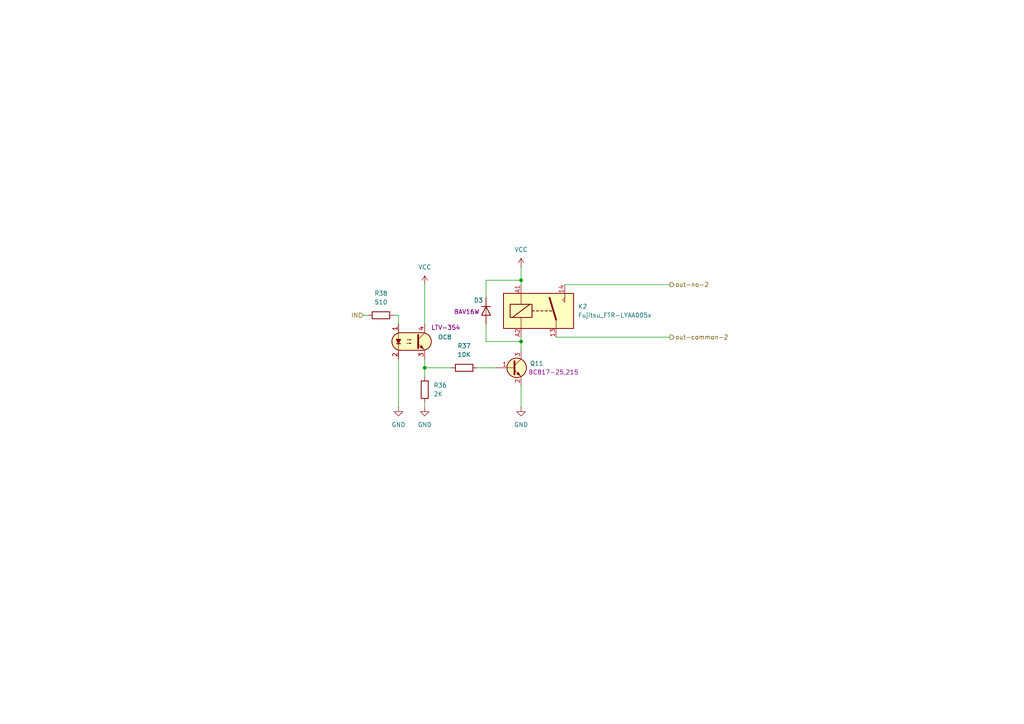
<source format=kicad_sch>
(kicad_sch
	(version 20250114)
	(generator "eeschema")
	(generator_version "9.0")
	(uuid "fb652f01-1778-4aff-bb6d-908e0729d454")
	(paper "A4")
	(lib_symbols
		(symbol "Diode:1N4148WT"
			(pin_numbers
				(hide yes)
			)
			(pin_names
				(hide yes)
			)
			(exclude_from_sim no)
			(in_bom yes)
			(on_board yes)
			(property "Reference" "D"
				(at 0 2.54 0)
				(effects
					(font
						(size 1.27 1.27)
					)
				)
			)
			(property "Value" "1N4148WT"
				(at 0 -2.54 0)
				(effects
					(font
						(size 1.27 1.27)
					)
				)
			)
			(property "Footprint" "Diode_SMD:D_SOD-523"
				(at 0 -4.445 0)
				(effects
					(font
						(size 1.27 1.27)
					)
					(hide yes)
				)
			)
			(property "Datasheet" "https://www.diodes.com/assets/Datasheets/ds30396.pdf"
				(at 0 0 0)
				(effects
					(font
						(size 1.27 1.27)
					)
					(hide yes)
				)
			)
			(property "Description" "75V 0.15A Fast switching Diode, SOD-523"
				(at 0 0 0)
				(effects
					(font
						(size 1.27 1.27)
					)
					(hide yes)
				)
			)
			(property "Sim.Device" "D"
				(at 0 0 0)
				(effects
					(font
						(size 1.27 1.27)
					)
					(hide yes)
				)
			)
			(property "Sim.Pins" "1=K 2=A"
				(at 0 0 0)
				(effects
					(font
						(size 1.27 1.27)
					)
					(hide yes)
				)
			)
			(property "ki_keywords" "diode"
				(at 0 0 0)
				(effects
					(font
						(size 1.27 1.27)
					)
					(hide yes)
				)
			)
			(property "ki_fp_filters" "D*SOD?523*"
				(at 0 0 0)
				(effects
					(font
						(size 1.27 1.27)
					)
					(hide yes)
				)
			)
			(symbol "1N4148WT_0_1"
				(polyline
					(pts
						(xy -1.27 1.27) (xy -1.27 -1.27)
					)
					(stroke
						(width 0.254)
						(type default)
					)
					(fill
						(type none)
					)
				)
				(polyline
					(pts
						(xy 1.27 1.27) (xy 1.27 -1.27) (xy -1.27 0) (xy 1.27 1.27)
					)
					(stroke
						(width 0.254)
						(type default)
					)
					(fill
						(type none)
					)
				)
				(polyline
					(pts
						(xy 1.27 0) (xy -1.27 0)
					)
					(stroke
						(width 0)
						(type default)
					)
					(fill
						(type none)
					)
				)
			)
			(symbol "1N4148WT_1_1"
				(pin passive line
					(at -3.81 0 0)
					(length 2.54)
					(name "K"
						(effects
							(font
								(size 1.27 1.27)
							)
						)
					)
					(number "1"
						(effects
							(font
								(size 1.27 1.27)
							)
						)
					)
				)
				(pin passive line
					(at 3.81 0 180)
					(length 2.54)
					(name "A"
						(effects
							(font
								(size 1.27 1.27)
							)
						)
					)
					(number "2"
						(effects
							(font
								(size 1.27 1.27)
							)
						)
					)
				)
			)
			(embedded_fonts no)
		)
		(symbol "Optocoupler_AKL:FOD817S"
			(pin_names
				(offset 1.016)
			)
			(exclude_from_sim no)
			(in_bom yes)
			(on_board yes)
			(property "Reference" "OC"
				(at 6.35 1.27 0)
				(effects
					(font
						(size 1.27 1.27)
					)
					(justify left)
				)
			)
			(property "Value" "FOD817S"
				(at 6.35 -1.27 0)
				(effects
					(font
						(size 1.27 1.27)
					)
					(justify left)
				)
			)
			(property "Footprint" "Package_DIP_AKL:SMDIP-4_W9.53mm"
				(at -5.08 -5.08 0)
				(effects
					(font
						(size 1.27 1.27)
						(italic yes)
					)
					(justify left)
					(hide yes)
				)
			)
			(property "Datasheet" "https://www.tme.eu/Document/3a0358906a5fcb3aa253d025de809a1d/FOD814300W.PDF"
				(at 0 0 0)
				(effects
					(font
						(size 1.27 1.27)
					)
					(justify left)
					(hide yes)
				)
			)
			(property "Description" "SMDIP-4 Optocoupler, Transistor output, 5kV, 8us, Alternate KiCAD Library"
				(at 0 0 0)
				(effects
					(font
						(size 1.27 1.27)
					)
					(hide yes)
				)
			)
			(property "ki_keywords" "NPN Optocoupler transistor output bidirectional input FOD817"
				(at 0 0 0)
				(effects
					(font
						(size 1.27 1.27)
					)
					(hide yes)
				)
			)
			(property "ki_fp_filters" "DIP*W7.62mm*"
				(at 0 0 0)
				(effects
					(font
						(size 1.27 1.27)
					)
					(hide yes)
				)
			)
			(symbol "FOD817S_0_1"
				(polyline
					(pts
						(xy -4.445 -0.635) (xy -3.175 -0.635)
					)
					(stroke
						(width 0.254)
						(type default)
					)
					(fill
						(type none)
					)
				)
				(polyline
					(pts
						(xy -3.81 -0.635) (xy -4.445 0.635) (xy -3.175 0.635) (xy -3.81 -0.635)
					)
					(stroke
						(width 0.254)
						(type default)
					)
					(fill
						(type outline)
					)
				)
				(polyline
					(pts
						(xy -3.81 -2.54) (xy -3.81 -1.27) (xy -3.81 2.54)
					)
					(stroke
						(width 0.1524)
						(type default)
					)
					(fill
						(type none)
					)
				)
				(polyline
					(pts
						(xy -3.175 2.54) (xy 3.175 2.54)
					)
					(stroke
						(width 0.254)
						(type default)
					)
					(fill
						(type none)
					)
				)
				(arc
					(start -3.1975 -2.54)
					(mid -5.7151 0)
					(end -3.1975 2.54)
					(stroke
						(width 0.254)
						(type default)
					)
					(fill
						(type none)
					)
				)
				(polyline
					(pts
						(xy -2.54 2.54) (xy 3.429 2.54) (xy 4.318 2.286) (xy 4.699 2.032) (xy 5.08 1.651) (xy 5.461 1.016)
						(xy 5.715 0.381) (xy 5.715 -0.381) (xy 5.461 -1.143) (xy 4.826 -1.905) (xy 4.191 -2.286) (xy 3.302 -2.54)
						(xy -3.81 -2.54) (xy -3.81 -2.54) (xy -4.572 -2.032) (xy -5.08 -1.778) (xy -5.588 -0.508) (xy -5.588 0.254)
						(xy -5.588 1.016) (xy -5.08 1.778) (xy -4.318 2.286) (xy -3.556 2.54) (xy -2.54 2.54)
					)
					(stroke
						(width 0.01)
						(type default)
					)
					(fill
						(type background)
					)
				)
				(polyline
					(pts
						(xy -1.397 0.508) (xy -0.127 0.508) (xy -0.508 0.381) (xy -0.508 0.635) (xy -0.127 0.508)
					)
					(stroke
						(width 0)
						(type default)
					)
					(fill
						(type none)
					)
				)
				(polyline
					(pts
						(xy -1.397 -0.508) (xy -0.127 -0.508) (xy -0.508 -0.635) (xy -0.508 -0.381) (xy -0.127 -0.508)
					)
					(stroke
						(width 0)
						(type default)
					)
					(fill
						(type none)
					)
				)
				(polyline
					(pts
						(xy 1.905 1.905) (xy 1.905 -1.905) (xy 1.905 -1.905)
					)
					(stroke
						(width 0.508)
						(type default)
					)
					(fill
						(type none)
					)
				)
				(polyline
					(pts
						(xy 1.905 0.635) (xy 3.81 2.54)
					)
					(stroke
						(width 0)
						(type default)
					)
					(fill
						(type none)
					)
				)
				(polyline
					(pts
						(xy 2.413 -1.651) (xy 2.921 -1.143) (xy 3.429 -2.159) (xy 2.413 -1.651) (xy 2.413 -1.651)
					)
					(stroke
						(width 0)
						(type default)
					)
					(fill
						(type outline)
					)
				)
				(arc
					(start 3.1975 2.54)
					(mid 5.7151 0)
					(end 3.1975 -2.54)
					(stroke
						(width 0.254)
						(type default)
					)
					(fill
						(type none)
					)
				)
				(polyline
					(pts
						(xy 3.175 -2.54) (xy -3.175 -2.54)
					)
					(stroke
						(width 0.254)
						(type default)
					)
					(fill
						(type none)
					)
				)
				(polyline
					(pts
						(xy 3.81 -2.54) (xy 1.905 -0.635)
					)
					(stroke
						(width 0)
						(type default)
					)
					(fill
						(type outline)
					)
				)
			)
			(symbol "FOD817S_1_1"
				(pin passive line
					(at -3.81 5.08 270)
					(length 2.54)
					(name "~"
						(effects
							(font
								(size 1.27 1.27)
							)
						)
					)
					(number "1"
						(effects
							(font
								(size 1.27 1.27)
							)
						)
					)
				)
				(pin passive line
					(at -3.81 -5.08 90)
					(length 2.54)
					(name "~"
						(effects
							(font
								(size 1.27 1.27)
							)
						)
					)
					(number "2"
						(effects
							(font
								(size 1.27 1.27)
							)
						)
					)
				)
				(pin passive line
					(at 3.81 5.08 270)
					(length 2.54)
					(name "~"
						(effects
							(font
								(size 1.27 1.27)
							)
						)
					)
					(number "4"
						(effects
							(font
								(size 1.27 1.27)
							)
						)
					)
				)
				(pin passive line
					(at 3.81 -5.08 90)
					(length 2.54)
					(name "~"
						(effects
							(font
								(size 1.27 1.27)
							)
						)
					)
					(number "3"
						(effects
							(font
								(size 1.27 1.27)
							)
						)
					)
				)
			)
			(embedded_fonts no)
		)
		(symbol "Relay:Fujitsu_FTR-LYAA005x"
			(exclude_from_sim no)
			(in_bom yes)
			(on_board yes)
			(property "Reference" "K"
				(at 11.43 3.81 0)
				(effects
					(font
						(size 1.27 1.27)
					)
					(justify left)
				)
			)
			(property "Value" "Fujitsu_FTR-LYAA005x"
				(at 11.43 1.27 0)
				(effects
					(font
						(size 1.27 1.27)
					)
					(justify left)
				)
			)
			(property "Footprint" "Relay_THT:Relay_SPST-NO_Fujitsu_FTR-LYAA005x_FormA_Vertical"
				(at 11.43 -1.27 0)
				(effects
					(font
						(size 1.27 1.27)
					)
					(justify left)
					(hide yes)
				)
			)
			(property "Datasheet" "https://www.fujitsu.com/sg/imagesgig5/ftr-ly.pdf"
				(at 17.78 -3.81 0)
				(effects
					(font
						(size 1.27 1.27)
					)
					(justify left)
					(hide yes)
				)
			)
			(property "Description" "Relay, SPST Form A, vertical mount, 5-60V coil, 6A, 250VAC, 28 x 5 x 15mm"
				(at 0 0 0)
				(effects
					(font
						(size 1.27 1.27)
					)
					(hide yes)
				)
			)
			(property "ki_keywords" "6A SPST-NO Relay"
				(at 0 0 0)
				(effects
					(font
						(size 1.27 1.27)
					)
					(hide yes)
				)
			)
			(property "ki_fp_filters" "Relay*Fujitsu*FTR?LYA*"
				(at 0 0 0)
				(effects
					(font
						(size 1.27 1.27)
					)
					(hide yes)
				)
			)
			(symbol "Fujitsu_FTR-LYAA005x_0_0"
				(polyline
					(pts
						(xy 7.62 5.08) (xy 7.62 2.54) (xy 6.985 3.175) (xy 7.62 3.81)
					)
					(stroke
						(width 0)
						(type default)
					)
					(fill
						(type none)
					)
				)
			)
			(symbol "Fujitsu_FTR-LYAA005x_0_1"
				(rectangle
					(start -10.16 5.08)
					(end 10.16 -5.08)
					(stroke
						(width 0.254)
						(type default)
					)
					(fill
						(type background)
					)
				)
				(rectangle
					(start -8.255 1.905)
					(end -1.905 -1.905)
					(stroke
						(width 0.254)
						(type default)
					)
					(fill
						(type none)
					)
				)
				(polyline
					(pts
						(xy -7.62 -1.905) (xy -2.54 1.905)
					)
					(stroke
						(width 0.254)
						(type default)
					)
					(fill
						(type none)
					)
				)
				(polyline
					(pts
						(xy -5.08 5.08) (xy -5.08 1.905)
					)
					(stroke
						(width 0)
						(type default)
					)
					(fill
						(type none)
					)
				)
				(polyline
					(pts
						(xy -5.08 -5.08) (xy -5.08 -1.905)
					)
					(stroke
						(width 0)
						(type default)
					)
					(fill
						(type none)
					)
				)
				(polyline
					(pts
						(xy -1.905 0) (xy -1.27 0)
					)
					(stroke
						(width 0.254)
						(type default)
					)
					(fill
						(type none)
					)
				)
				(polyline
					(pts
						(xy -0.635 0) (xy 0 0)
					)
					(stroke
						(width 0.254)
						(type default)
					)
					(fill
						(type none)
					)
				)
				(polyline
					(pts
						(xy 0.635 0) (xy 1.27 0)
					)
					(stroke
						(width 0.254)
						(type default)
					)
					(fill
						(type none)
					)
				)
				(polyline
					(pts
						(xy 1.905 0) (xy 2.54 0)
					)
					(stroke
						(width 0.254)
						(type default)
					)
					(fill
						(type none)
					)
				)
				(polyline
					(pts
						(xy 3.175 0) (xy 3.81 0)
					)
					(stroke
						(width 0.254)
						(type default)
					)
					(fill
						(type none)
					)
				)
				(polyline
					(pts
						(xy 5.08 -2.54) (xy 3.175 3.81)
					)
					(stroke
						(width 0.508)
						(type default)
					)
					(fill
						(type none)
					)
				)
				(polyline
					(pts
						(xy 5.08 -2.54) (xy 5.08 -5.08)
					)
					(stroke
						(width 0)
						(type default)
					)
					(fill
						(type none)
					)
				)
			)
			(symbol "Fujitsu_FTR-LYAA005x_1_1"
				(pin passive line
					(at -5.08 7.62 270)
					(length 2.54)
					(name "~"
						(effects
							(font
								(size 1.27 1.27)
							)
						)
					)
					(number "A1"
						(effects
							(font
								(size 1.27 1.27)
							)
						)
					)
				)
				(pin passive line
					(at -5.08 -7.62 90)
					(length 2.54)
					(name "~"
						(effects
							(font
								(size 1.27 1.27)
							)
						)
					)
					(number "A2"
						(effects
							(font
								(size 1.27 1.27)
							)
						)
					)
				)
				(pin passive line
					(at 5.08 -7.62 90)
					(length 2.54)
					(name "~"
						(effects
							(font
								(size 1.27 1.27)
							)
						)
					)
					(number "13"
						(effects
							(font
								(size 1.27 1.27)
							)
						)
					)
				)
				(pin passive line
					(at 7.62 7.62 270)
					(length 2.54)
					(name "~"
						(effects
							(font
								(size 1.27 1.27)
							)
						)
					)
					(number "14"
						(effects
							(font
								(size 1.27 1.27)
							)
						)
					)
				)
			)
			(embedded_fonts no)
		)
		(symbol "Resistor_AKL:R_0603"
			(pin_numbers
				(hide yes)
			)
			(pin_names
				(offset 0)
			)
			(exclude_from_sim no)
			(in_bom yes)
			(on_board yes)
			(property "Reference" "R"
				(at 2.54 1.27 0)
				(effects
					(font
						(size 1.27 1.27)
					)
					(justify left)
				)
			)
			(property "Value" "R_0603"
				(at 2.54 -1.27 0)
				(effects
					(font
						(size 1.27 1.27)
					)
					(justify left)
				)
			)
			(property "Footprint" "Resistor_SMD_AKL:R_0603_1608Metric"
				(at 0 -11.43 0)
				(effects
					(font
						(size 1.27 1.27)
					)
					(hide yes)
				)
			)
			(property "Datasheet" "~"
				(at 0 0 0)
				(effects
					(font
						(size 1.27 1.27)
					)
					(hide yes)
				)
			)
			(property "Description" "SMD 0603 Chip Resistor, European Symbol, Alternate KiCad Library"
				(at 0 0 0)
				(effects
					(font
						(size 1.27 1.27)
					)
					(hide yes)
				)
			)
			(property "ki_keywords" "R res resistor eu SMD 0603"
				(at 0 0 0)
				(effects
					(font
						(size 1.27 1.27)
					)
					(hide yes)
				)
			)
			(property "ki_fp_filters" "R_*"
				(at 0 0 0)
				(effects
					(font
						(size 1.27 1.27)
					)
					(hide yes)
				)
			)
			(symbol "R_0603_0_1"
				(rectangle
					(start -1.016 2.54)
					(end 1.016 -2.54)
					(stroke
						(width 0.254)
						(type default)
					)
					(fill
						(type none)
					)
				)
			)
			(symbol "R_0603_0_2"
				(polyline
					(pts
						(xy -2.54 -2.54) (xy -1.524 -1.524)
					)
					(stroke
						(width 0)
						(type default)
					)
					(fill
						(type none)
					)
				)
				(polyline
					(pts
						(xy 1.524 1.524) (xy 2.54 2.54)
					)
					(stroke
						(width 0)
						(type default)
					)
					(fill
						(type none)
					)
				)
				(polyline
					(pts
						(xy 1.524 1.524) (xy 0.889 2.159) (xy -2.159 -0.889) (xy -0.889 -2.159) (xy 2.159 0.889) (xy 1.524 1.524)
					)
					(stroke
						(width 0.254)
						(type default)
					)
					(fill
						(type none)
					)
				)
			)
			(symbol "R_0603_1_1"
				(pin passive line
					(at 0 3.81 270)
					(length 1.27)
					(name "~"
						(effects
							(font
								(size 1.27 1.27)
							)
						)
					)
					(number "1"
						(effects
							(font
								(size 1.27 1.27)
							)
						)
					)
				)
				(pin passive line
					(at 0 -3.81 90)
					(length 1.27)
					(name "~"
						(effects
							(font
								(size 1.27 1.27)
							)
						)
					)
					(number "2"
						(effects
							(font
								(size 1.27 1.27)
							)
						)
					)
				)
			)
			(symbol "R_0603_1_2"
				(pin passive line
					(at -2.54 -2.54 0)
					(length 0)
					(name ""
						(effects
							(font
								(size 1.27 1.27)
							)
						)
					)
					(number "2"
						(effects
							(font
								(size 1.27 1.27)
							)
						)
					)
				)
				(pin passive line
					(at 2.54 2.54 180)
					(length 0)
					(name ""
						(effects
							(font
								(size 1.27 1.27)
							)
						)
					)
					(number "1"
						(effects
							(font
								(size 1.27 1.27)
							)
						)
					)
				)
			)
			(embedded_fonts no)
		)
		(symbol "Transistor_BJT_AKL:BFN26"
			(pin_names
				(hide yes)
			)
			(exclude_from_sim no)
			(in_bom yes)
			(on_board yes)
			(property "Reference" "Q"
				(at 5.08 1.27 0)
				(effects
					(font
						(size 1.27 1.27)
					)
					(justify left)
				)
			)
			(property "Value" "BFN26"
				(at 5.08 -1.27 0)
				(effects
					(font
						(size 1.27 1.27)
					)
					(justify left)
				)
			)
			(property "Footprint" "Package_TO_SOT_SMD_AKL:SOT-23"
				(at 5.08 2.54 0)
				(effects
					(font
						(size 1.27 1.27)
					)
					(hide yes)
				)
			)
			(property "Datasheet" "https://www.tme.eu/Document/43310f91a0e397761035f1d1abdd24c6/BFN24.pdf"
				(at 0 0 0)
				(effects
					(font
						(size 1.27 1.27)
					)
					(hide yes)
				)
			)
			(property "Description" "NPN SOT-23 high voltage transistor, 300V, 200mA, 360mW, Alternate KiCAD Library"
				(at 0 0 0)
				(effects
					(font
						(size 1.27 1.27)
					)
					(hide yes)
				)
			)
			(property "ki_keywords" "transistor NPN BFN26"
				(at 0 0 0)
				(effects
					(font
						(size 1.27 1.27)
					)
					(hide yes)
				)
			)
			(symbol "BFN26_0_1"
				(polyline
					(pts
						(xy 0.635 1.905) (xy 0.635 -1.905) (xy 0.635 -1.905)
					)
					(stroke
						(width 0.508)
						(type default)
					)
					(fill
						(type none)
					)
				)
				(polyline
					(pts
						(xy 0.635 0.635) (xy 2.54 2.54)
					)
					(stroke
						(width 0)
						(type default)
					)
					(fill
						(type none)
					)
				)
				(polyline
					(pts
						(xy 0.635 -0.635) (xy 2.54 -2.54) (xy 2.54 -2.54)
					)
					(stroke
						(width 0)
						(type default)
					)
					(fill
						(type none)
					)
				)
				(circle
					(center 1.27 0)
					(radius 2.8194)
					(stroke
						(width 0.254)
						(type default)
					)
					(fill
						(type background)
					)
				)
				(polyline
					(pts
						(xy 1.27 -1.778) (xy 1.778 -1.27) (xy 2.286 -2.286) (xy 1.27 -1.778) (xy 1.27 -1.778)
					)
					(stroke
						(width 0)
						(type default)
					)
					(fill
						(type outline)
					)
				)
			)
			(symbol "BFN26_1_1"
				(pin input line
					(at -5.08 0 0)
					(length 5.715)
					(name "B"
						(effects
							(font
								(size 1.27 1.27)
							)
						)
					)
					(number "1"
						(effects
							(font
								(size 1.27 1.27)
							)
						)
					)
				)
				(pin passive line
					(at 2.54 5.08 270)
					(length 2.54)
					(name "C"
						(effects
							(font
								(size 1.27 1.27)
							)
						)
					)
					(number "3"
						(effects
							(font
								(size 1.27 1.27)
							)
						)
					)
				)
				(pin passive line
					(at 2.54 -5.08 90)
					(length 2.54)
					(name "E"
						(effects
							(font
								(size 1.27 1.27)
							)
						)
					)
					(number "2"
						(effects
							(font
								(size 1.27 1.27)
							)
						)
					)
				)
			)
			(embedded_fonts no)
		)
		(symbol "power:GND"
			(power)
			(pin_numbers
				(hide yes)
			)
			(pin_names
				(offset 0)
				(hide yes)
			)
			(exclude_from_sim no)
			(in_bom yes)
			(on_board yes)
			(property "Reference" "#PWR"
				(at 0 -6.35 0)
				(effects
					(font
						(size 1.27 1.27)
					)
					(hide yes)
				)
			)
			(property "Value" "GND"
				(at 0 -3.81 0)
				(effects
					(font
						(size 1.27 1.27)
					)
				)
			)
			(property "Footprint" ""
				(at 0 0 0)
				(effects
					(font
						(size 1.27 1.27)
					)
					(hide yes)
				)
			)
			(property "Datasheet" ""
				(at 0 0 0)
				(effects
					(font
						(size 1.27 1.27)
					)
					(hide yes)
				)
			)
			(property "Description" "Power symbol creates a global label with name \"GND\" , ground"
				(at 0 0 0)
				(effects
					(font
						(size 1.27 1.27)
					)
					(hide yes)
				)
			)
			(property "ki_keywords" "global power"
				(at 0 0 0)
				(effects
					(font
						(size 1.27 1.27)
					)
					(hide yes)
				)
			)
			(symbol "GND_0_1"
				(polyline
					(pts
						(xy 0 0) (xy 0 -1.27) (xy 1.27 -1.27) (xy 0 -2.54) (xy -1.27 -1.27) (xy 0 -1.27)
					)
					(stroke
						(width 0)
						(type default)
					)
					(fill
						(type none)
					)
				)
			)
			(symbol "GND_1_1"
				(pin power_in line
					(at 0 0 270)
					(length 0)
					(name "~"
						(effects
							(font
								(size 1.27 1.27)
							)
						)
					)
					(number "1"
						(effects
							(font
								(size 1.27 1.27)
							)
						)
					)
				)
			)
			(embedded_fonts no)
		)
		(symbol "power:VCC"
			(power)
			(pin_numbers
				(hide yes)
			)
			(pin_names
				(offset 0)
				(hide yes)
			)
			(exclude_from_sim no)
			(in_bom yes)
			(on_board yes)
			(property "Reference" "#PWR"
				(at 0 -3.81 0)
				(effects
					(font
						(size 1.27 1.27)
					)
					(hide yes)
				)
			)
			(property "Value" "VCC"
				(at 0 3.556 0)
				(effects
					(font
						(size 1.27 1.27)
					)
				)
			)
			(property "Footprint" ""
				(at 0 0 0)
				(effects
					(font
						(size 1.27 1.27)
					)
					(hide yes)
				)
			)
			(property "Datasheet" ""
				(at 0 0 0)
				(effects
					(font
						(size 1.27 1.27)
					)
					(hide yes)
				)
			)
			(property "Description" "Power symbol creates a global label with name \"VCC\""
				(at 0 0 0)
				(effects
					(font
						(size 1.27 1.27)
					)
					(hide yes)
				)
			)
			(property "ki_keywords" "global power"
				(at 0 0 0)
				(effects
					(font
						(size 1.27 1.27)
					)
					(hide yes)
				)
			)
			(symbol "VCC_0_1"
				(polyline
					(pts
						(xy -0.762 1.27) (xy 0 2.54)
					)
					(stroke
						(width 0)
						(type default)
					)
					(fill
						(type none)
					)
				)
				(polyline
					(pts
						(xy 0 2.54) (xy 0.762 1.27)
					)
					(stroke
						(width 0)
						(type default)
					)
					(fill
						(type none)
					)
				)
				(polyline
					(pts
						(xy 0 0) (xy 0 2.54)
					)
					(stroke
						(width 0)
						(type default)
					)
					(fill
						(type none)
					)
				)
			)
			(symbol "VCC_1_1"
				(pin power_in line
					(at 0 0 90)
					(length 0)
					(name "~"
						(effects
							(font
								(size 1.27 1.27)
							)
						)
					)
					(number "1"
						(effects
							(font
								(size 1.27 1.27)
							)
						)
					)
				)
			)
			(embedded_fonts no)
		)
	)
	(junction
		(at 151.13 99.06)
		(diameter 0)
		(color 0 0 0 0)
		(uuid "71e81818-0372-4c1d-9701-5d632fd285a3")
	)
	(junction
		(at 123.19 106.68)
		(diameter 0)
		(color 0 0 0 0)
		(uuid "aeca493e-4c4f-4b3f-991a-ff4f518f13e6")
	)
	(junction
		(at 151.13 81.28)
		(diameter 0)
		(color 0 0 0 0)
		(uuid "bf6327ff-3057-4581-a1fa-3112bc5ef4ff")
	)
	(wire
		(pts
			(xy 140.97 86.36) (xy 140.97 81.28)
		)
		(stroke
			(width 0)
			(type default)
		)
		(uuid "034b061b-50f9-4ce2-b99b-8544b4e44483")
	)
	(wire
		(pts
			(xy 114.3 91.44) (xy 115.57 91.44)
		)
		(stroke
			(width 0)
			(type default)
		)
		(uuid "0ed72c64-16c2-48bd-a95a-85b32d4dab32")
	)
	(wire
		(pts
			(xy 140.97 99.06) (xy 151.13 99.06)
		)
		(stroke
			(width 0)
			(type default)
		)
		(uuid "13e5e5de-82c8-4643-99af-8a4291dba314")
	)
	(wire
		(pts
			(xy 140.97 93.98) (xy 140.97 99.06)
		)
		(stroke
			(width 0)
			(type default)
		)
		(uuid "25ef3b41-69e8-4802-849e-dab3d07aba68")
	)
	(wire
		(pts
			(xy 151.13 77.47) (xy 151.13 81.28)
		)
		(stroke
			(width 0)
			(type default)
		)
		(uuid "2c55ad3c-bea7-4147-8ad8-a0979aefe17c")
	)
	(wire
		(pts
			(xy 140.97 81.28) (xy 151.13 81.28)
		)
		(stroke
			(width 0)
			(type default)
		)
		(uuid "328a941b-cfbc-4282-a52f-937e053a68ab")
	)
	(wire
		(pts
			(xy 151.13 111.76) (xy 151.13 118.11)
		)
		(stroke
			(width 0)
			(type default)
		)
		(uuid "59cc2894-eedb-4797-a69f-cdbbc77a1b3e")
	)
	(wire
		(pts
			(xy 123.19 82.55) (xy 123.19 93.98)
		)
		(stroke
			(width 0)
			(type default)
		)
		(uuid "5c4a63e2-3a52-47fa-bf29-0a9bfaf6e488")
	)
	(wire
		(pts
			(xy 123.19 106.68) (xy 130.81 106.68)
		)
		(stroke
			(width 0)
			(type default)
		)
		(uuid "6991bdcb-dd2a-47d8-ab5a-19a496b15223")
	)
	(wire
		(pts
			(xy 138.43 106.68) (xy 143.51 106.68)
		)
		(stroke
			(width 0)
			(type default)
		)
		(uuid "7415e535-7d68-4da7-ad3d-a33920e738ce")
	)
	(wire
		(pts
			(xy 115.57 91.44) (xy 115.57 93.98)
		)
		(stroke
			(width 0)
			(type default)
		)
		(uuid "7c04b9e8-32e8-4b0d-b68f-9115182d2a85")
	)
	(wire
		(pts
			(xy 161.29 97.79) (xy 194.31 97.79)
		)
		(stroke
			(width 0)
			(type default)
		)
		(uuid "862d281e-dc2e-4d3e-ad23-aee060d9fee4")
	)
	(wire
		(pts
			(xy 123.19 116.84) (xy 123.19 118.11)
		)
		(stroke
			(width 0)
			(type default)
		)
		(uuid "93742f0d-4af6-4b4e-b893-90f6aad5033e")
	)
	(wire
		(pts
			(xy 151.13 81.28) (xy 151.13 82.55)
		)
		(stroke
			(width 0)
			(type default)
		)
		(uuid "a4874530-0724-45f4-94c4-8e1b11e04178")
	)
	(wire
		(pts
			(xy 151.13 99.06) (xy 151.13 101.6)
		)
		(stroke
			(width 0)
			(type default)
		)
		(uuid "bf163a4a-ea9e-4468-b8b7-39c261694992")
	)
	(wire
		(pts
			(xy 105.41 91.44) (xy 106.68 91.44)
		)
		(stroke
			(width 0)
			(type default)
		)
		(uuid "dbc8ab99-615b-4390-a416-3863bc810367")
	)
	(wire
		(pts
			(xy 163.83 82.55) (xy 194.31 82.55)
		)
		(stroke
			(width 0)
			(type default)
		)
		(uuid "de6e9a0b-80c9-4022-b9fb-9db58f8dc873")
	)
	(wire
		(pts
			(xy 123.19 106.68) (xy 123.19 104.14)
		)
		(stroke
			(width 0)
			(type default)
		)
		(uuid "e645229f-15fd-486c-b932-757fbce43f6c")
	)
	(wire
		(pts
			(xy 123.19 109.22) (xy 123.19 106.68)
		)
		(stroke
			(width 0)
			(type default)
		)
		(uuid "e811da3f-155c-441d-9eb4-bd95c05663ba")
	)
	(wire
		(pts
			(xy 151.13 97.79) (xy 151.13 99.06)
		)
		(stroke
			(width 0)
			(type default)
		)
		(uuid "e9a81991-7aa5-4b45-b927-1840ad73c923")
	)
	(wire
		(pts
			(xy 115.57 104.14) (xy 115.57 118.11)
		)
		(stroke
			(width 0)
			(type default)
		)
		(uuid "ef56c0bf-d9f8-4104-a84b-a3e3ffdda069")
	)
	(hierarchical_label "IN"
		(shape input)
		(at 105.41 91.44 180)
		(effects
			(font
				(size 1.27 1.27)
			)
			(justify right)
		)
		(uuid "3585f9fe-9c09-4d4a-a14a-149168f0a3b7")
	)
	(hierarchical_label "out-no-2"
		(shape output)
		(at 194.31 82.55 0)
		(effects
			(font
				(size 1.27 1.27)
			)
			(justify left)
		)
		(uuid "69b06349-72e8-460a-ba6e-5964df9e83b0")
	)
	(hierarchical_label "out-common-2"
		(shape output)
		(at 194.31 97.79 0)
		(effects
			(font
				(size 1.27 1.27)
			)
			(justify left)
		)
		(uuid "7c7e0fd6-7856-4880-8439-7c78bd3a357d")
	)
	(symbol
		(lib_id "Optocoupler_AKL:FOD817S")
		(at 119.38 99.06 0)
		(unit 1)
		(exclude_from_sim no)
		(in_bom yes)
		(on_board yes)
		(dnp no)
		(uuid "1776d58f-4e73-496e-946e-effd05edcc57")
		(property "Reference" "OC8"
			(at 127 97.7899 0)
			(effects
				(font
					(size 1.27 1.27)
				)
				(justify left)
			)
		)
		(property "Value" "FOD817S"
			(at 127 100.3299 0)
			(effects
				(font
					(size 1.27 1.27)
				)
				(justify left)
				(hide yes)
			)
		)
		(property "Footprint" "Package_DIP_AKL:SMDIP-4_W9.53mm"
			(at 114.3 104.14 0)
			(effects
				(font
					(size 1.27 1.27)
					(italic yes)
				)
				(justify left)
				(hide yes)
			)
		)
		(property "Datasheet" "https://www.tme.eu/Document/3a0358906a5fcb3aa253d025de809a1d/FOD814300W.PDF"
			(at 119.38 99.06 0)
			(effects
				(font
					(size 1.27 1.27)
				)
				(justify left)
				(hide yes)
			)
		)
		(property "Description" "SMDIP-4 Optocoupler, Transistor output, 5kV, 8us, Alternate KiCAD Library"
			(at 119.38 99.06 0)
			(effects
				(font
					(size 1.27 1.27)
				)
				(hide yes)
			)
		)
		(property "Part Number" "LTV-354"
			(at 129.286 94.996 0)
			(effects
				(font
					(size 1.27 1.27)
				)
			)
		)
		(pin "3"
			(uuid "ef6d95f0-29b5-4d79-8d61-bbb8945c6d97")
		)
		(pin "4"
			(uuid "00ac653d-cd31-46f6-9078-91ed0e9c2939")
		)
		(pin "2"
			(uuid "31e15ef5-a1d4-4420-ab72-8489b638573f")
		)
		(pin "1"
			(uuid "7d7132bf-b484-44cf-959c-6121862240ba")
		)
		(instances
			(project "Diseños de circuitos"
				(path "/65c875c0-73bd-43df-b6cd-4a685398cace/3b453a73-5bb7-4645-a7e8-6e186968fa05/389c123e-9538-4704-bdfd-eda3950b0dc6"
					(reference "OC8")
					(unit 1)
				)
			)
		)
	)
	(symbol
		(lib_id "power:GND")
		(at 151.13 118.11 0)
		(unit 1)
		(exclude_from_sim no)
		(in_bom yes)
		(on_board yes)
		(dnp no)
		(fields_autoplaced yes)
		(uuid "447326e6-72ac-482c-81fb-4a3de2165900")
		(property "Reference" "#PWR050"
			(at 151.13 124.46 0)
			(effects
				(font
					(size 1.27 1.27)
				)
				(hide yes)
			)
		)
		(property "Value" "GND"
			(at 151.13 123.19 0)
			(effects
				(font
					(size 1.27 1.27)
				)
			)
		)
		(property "Footprint" ""
			(at 151.13 118.11 0)
			(effects
				(font
					(size 1.27 1.27)
				)
				(hide yes)
			)
		)
		(property "Datasheet" ""
			(at 151.13 118.11 0)
			(effects
				(font
					(size 1.27 1.27)
				)
				(hide yes)
			)
		)
		(property "Description" "Power symbol creates a global label with name \"GND\" , ground"
			(at 151.13 118.11 0)
			(effects
				(font
					(size 1.27 1.27)
				)
				(hide yes)
			)
		)
		(pin "1"
			(uuid "d349e2f8-ddb0-4aed-aaca-9280808a304c")
		)
		(instances
			(project "Diseños de circuitos"
				(path "/65c875c0-73bd-43df-b6cd-4a685398cace/3b453a73-5bb7-4645-a7e8-6e186968fa05/389c123e-9538-4704-bdfd-eda3950b0dc6"
					(reference "#PWR050")
					(unit 1)
				)
			)
		)
	)
	(symbol
		(lib_id "Diode:1N4148WT")
		(at 140.97 90.17 270)
		(unit 1)
		(exclude_from_sim no)
		(in_bom yes)
		(on_board yes)
		(dnp no)
		(uuid "4e9818ef-06aa-43d0-83a8-467ca7c0bc87")
		(property "Reference" "D3"
			(at 137.414 87.122 90)
			(effects
				(font
					(size 1.27 1.27)
				)
				(justify left)
			)
		)
		(property "Value" "1N4148WT"
			(at 129.286 90.17 90)
			(effects
				(font
					(size 1.27 1.27)
				)
				(justify left)
				(hide yes)
			)
		)
		(property "Footprint" "Diode_SMD:D_SOD-523"
			(at 136.525 90.17 0)
			(effects
				(font
					(size 1.27 1.27)
				)
				(hide yes)
			)
		)
		(property "Datasheet" "https://www.diodes.com/assets/Datasheets/ds30396.pdf"
			(at 140.97 90.17 0)
			(effects
				(font
					(size 1.27 1.27)
				)
				(hide yes)
			)
		)
		(property "Description" "75V 0.15A Fast switching Diode, SOD-523"
			(at 140.97 90.17 0)
			(effects
				(font
					(size 1.27 1.27)
				)
				(hide yes)
			)
		)
		(property "Sim.Device" "D"
			(at 140.97 90.17 0)
			(effects
				(font
					(size 1.27 1.27)
				)
				(hide yes)
			)
		)
		(property "Sim.Pins" "1=K 2=A"
			(at 140.97 90.17 0)
			(effects
				(font
					(size 1.27 1.27)
				)
				(hide yes)
			)
		)
		(property "Part number" "BAV16W"
			(at 135.382 90.424 90)
			(effects
				(font
					(size 1.27 1.27)
				)
			)
		)
		(pin "1"
			(uuid "cfe179d2-7e15-4dcf-a700-edd3e2dc489e")
		)
		(pin "2"
			(uuid "e81e8796-303c-4094-8db4-5b150d79f449")
		)
		(instances
			(project "Diseños de circuitos"
				(path "/65c875c0-73bd-43df-b6cd-4a685398cace/3b453a73-5bb7-4645-a7e8-6e186968fa05/389c123e-9538-4704-bdfd-eda3950b0dc6"
					(reference "D3")
					(unit 1)
				)
			)
		)
	)
	(symbol
		(lib_id "power:VCC")
		(at 151.13 77.47 0)
		(unit 1)
		(exclude_from_sim no)
		(in_bom yes)
		(on_board yes)
		(dnp no)
		(fields_autoplaced yes)
		(uuid "764be185-dd41-4b71-90dc-37e6485d3b34")
		(property "Reference" "#PWR049"
			(at 151.13 81.28 0)
			(effects
				(font
					(size 1.27 1.27)
				)
				(hide yes)
			)
		)
		(property "Value" "VCC"
			(at 151.13 72.39 0)
			(effects
				(font
					(size 1.27 1.27)
				)
			)
		)
		(property "Footprint" ""
			(at 151.13 77.47 0)
			(effects
				(font
					(size 1.27 1.27)
				)
				(hide yes)
			)
		)
		(property "Datasheet" ""
			(at 151.13 77.47 0)
			(effects
				(font
					(size 1.27 1.27)
				)
				(hide yes)
			)
		)
		(property "Description" "Power symbol creates a global label with name \"VCC\""
			(at 151.13 77.47 0)
			(effects
				(font
					(size 1.27 1.27)
				)
				(hide yes)
			)
		)
		(pin "1"
			(uuid "31bbf239-e7e0-4825-bbdc-06cda1f4319f")
		)
		(instances
			(project "Diseños de circuitos"
				(path "/65c875c0-73bd-43df-b6cd-4a685398cace/3b453a73-5bb7-4645-a7e8-6e186968fa05/389c123e-9538-4704-bdfd-eda3950b0dc6"
					(reference "#PWR049")
					(unit 1)
				)
			)
		)
	)
	(symbol
		(lib_id "Relay:Fujitsu_FTR-LYAA005x")
		(at 156.21 90.17 0)
		(unit 1)
		(exclude_from_sim no)
		(in_bom yes)
		(on_board yes)
		(dnp no)
		(fields_autoplaced yes)
		(uuid "8736a2e0-3d50-486d-a3ed-c0d5a78bfe81")
		(property "Reference" "K2"
			(at 167.64 88.8999 0)
			(effects
				(font
					(size 1.27 1.27)
				)
				(justify left)
			)
		)
		(property "Value" "Fujitsu_FTR-LYAA005x"
			(at 167.64 91.4399 0)
			(effects
				(font
					(size 1.27 1.27)
				)
				(justify left)
			)
		)
		(property "Footprint" "Relay_THT:Relay_SPST-NO_Fujitsu_FTR-LYAA005x_FormA_Vertical"
			(at 167.64 91.44 0)
			(effects
				(font
					(size 1.27 1.27)
				)
				(justify left)
				(hide yes)
			)
		)
		(property "Datasheet" "https://www.fujitsu.com/sg/imagesgig5/ftr-ly.pdf"
			(at 173.99 93.98 0)
			(effects
				(font
					(size 1.27 1.27)
				)
				(justify left)
				(hide yes)
			)
		)
		(property "Description" "Relay, SPST Form A, vertical mount, 5-60V coil, 6A, 250VAC, 28 x 5 x 15mm"
			(at 156.21 90.17 0)
			(effects
				(font
					(size 1.27 1.27)
				)
				(hide yes)
			)
		)
		(pin "14"
			(uuid "4c3c5bbd-fa4c-440c-b562-219133ac3741")
		)
		(pin "A1"
			(uuid "eebd5bc9-00ef-42e7-9092-e314987a2678")
		)
		(pin "13"
			(uuid "80ebe6ca-4071-4e93-8957-e509244184af")
		)
		(pin "A2"
			(uuid "2082372b-2514-4a70-a56f-020032228568")
		)
		(instances
			(project ""
				(path "/65c875c0-73bd-43df-b6cd-4a685398cace/3b453a73-5bb7-4645-a7e8-6e186968fa05/389c123e-9538-4704-bdfd-eda3950b0dc6"
					(reference "K2")
					(unit 1)
				)
			)
		)
	)
	(symbol
		(lib_id "power:VCC")
		(at 123.19 82.55 0)
		(unit 1)
		(exclude_from_sim no)
		(in_bom yes)
		(on_board yes)
		(dnp no)
		(fields_autoplaced yes)
		(uuid "89f2ec23-d9ca-407e-a92b-410b6a179399")
		(property "Reference" "#PWR047"
			(at 123.19 86.36 0)
			(effects
				(font
					(size 1.27 1.27)
				)
				(hide yes)
			)
		)
		(property "Value" "VCC"
			(at 123.19 77.47 0)
			(effects
				(font
					(size 1.27 1.27)
				)
			)
		)
		(property "Footprint" ""
			(at 123.19 82.55 0)
			(effects
				(font
					(size 1.27 1.27)
				)
				(hide yes)
			)
		)
		(property "Datasheet" ""
			(at 123.19 82.55 0)
			(effects
				(font
					(size 1.27 1.27)
				)
				(hide yes)
			)
		)
		(property "Description" "Power symbol creates a global label with name \"VCC\""
			(at 123.19 82.55 0)
			(effects
				(font
					(size 1.27 1.27)
				)
				(hide yes)
			)
		)
		(pin "1"
			(uuid "acbbbf29-4d9d-4487-9086-d11e3acd1c28")
		)
		(instances
			(project "Diseños de circuitos"
				(path "/65c875c0-73bd-43df-b6cd-4a685398cace/3b453a73-5bb7-4645-a7e8-6e186968fa05/389c123e-9538-4704-bdfd-eda3950b0dc6"
					(reference "#PWR047")
					(unit 1)
				)
			)
		)
	)
	(symbol
		(lib_id "power:GND")
		(at 115.57 118.11 0)
		(unit 1)
		(exclude_from_sim no)
		(in_bom yes)
		(on_board yes)
		(dnp no)
		(fields_autoplaced yes)
		(uuid "9192e2cd-9fc9-4666-8cbf-9cfe7f0618b9")
		(property "Reference" "#PWR046"
			(at 115.57 124.46 0)
			(effects
				(font
					(size 1.27 1.27)
				)
				(hide yes)
			)
		)
		(property "Value" "GND"
			(at 115.57 123.19 0)
			(effects
				(font
					(size 1.27 1.27)
				)
			)
		)
		(property "Footprint" ""
			(at 115.57 118.11 0)
			(effects
				(font
					(size 1.27 1.27)
				)
				(hide yes)
			)
		)
		(property "Datasheet" ""
			(at 115.57 118.11 0)
			(effects
				(font
					(size 1.27 1.27)
				)
				(hide yes)
			)
		)
		(property "Description" "Power symbol creates a global label with name \"GND\" , ground"
			(at 115.57 118.11 0)
			(effects
				(font
					(size 1.27 1.27)
				)
				(hide yes)
			)
		)
		(pin "1"
			(uuid "b8c82acb-3048-419a-8bf2-f76bc8c12946")
		)
		(instances
			(project "Diseños de circuitos"
				(path "/65c875c0-73bd-43df-b6cd-4a685398cace/3b453a73-5bb7-4645-a7e8-6e186968fa05/389c123e-9538-4704-bdfd-eda3950b0dc6"
					(reference "#PWR046")
					(unit 1)
				)
			)
		)
	)
	(symbol
		(lib_id "Resistor_AKL:R_0603")
		(at 110.49 91.44 270)
		(unit 1)
		(exclude_from_sim no)
		(in_bom yes)
		(on_board yes)
		(dnp no)
		(fields_autoplaced yes)
		(uuid "96339d63-1c9e-4574-8def-8565e676d382")
		(property "Reference" "R38"
			(at 110.49 85.09 90)
			(effects
				(font
					(size 1.27 1.27)
				)
			)
		)
		(property "Value" "510"
			(at 110.49 87.63 90)
			(effects
				(font
					(size 1.27 1.27)
				)
			)
		)
		(property "Footprint" "Resistor_SMD_AKL:R_0603_1608Metric"
			(at 99.06 91.44 0)
			(effects
				(font
					(size 1.27 1.27)
				)
				(hide yes)
			)
		)
		(property "Datasheet" "~"
			(at 110.49 91.44 0)
			(effects
				(font
					(size 1.27 1.27)
				)
				(hide yes)
			)
		)
		(property "Description" "SMD 0603 Chip Resistor, European Symbol, Alternate KiCad Library"
			(at 110.49 91.44 0)
			(effects
				(font
					(size 1.27 1.27)
				)
				(hide yes)
			)
		)
		(pin "2"
			(uuid "de520d9b-8cf5-4476-b1ea-c70cc08eb35a")
		)
		(pin "1"
			(uuid "3daa20bd-9329-4f28-9e0a-8aac9450b5ca")
		)
		(instances
			(project "Diseños de circuitos"
				(path "/65c875c0-73bd-43df-b6cd-4a685398cace/3b453a73-5bb7-4645-a7e8-6e186968fa05/389c123e-9538-4704-bdfd-eda3950b0dc6"
					(reference "R38")
					(unit 1)
				)
			)
		)
	)
	(symbol
		(lib_id "Transistor_BJT_AKL:BFN26")
		(at 148.59 106.68 0)
		(unit 1)
		(exclude_from_sim no)
		(in_bom yes)
		(on_board yes)
		(dnp no)
		(uuid "bef619ed-5321-4d61-9159-efa06374776e")
		(property "Reference" "Q11"
			(at 153.67 105.4099 0)
			(effects
				(font
					(size 1.27 1.27)
				)
				(justify left)
			)
		)
		(property "Value" "BFN26"
			(at 153.67 107.9499 0)
			(effects
				(font
					(size 1.27 1.27)
				)
				(justify left)
				(hide yes)
			)
		)
		(property "Footprint" "Package_TO_SOT_SMD_AKL:SOT-23"
			(at 153.67 104.14 0)
			(effects
				(font
					(size 1.27 1.27)
				)
				(hide yes)
			)
		)
		(property "Datasheet" "https://www.tme.eu/Document/43310f91a0e397761035f1d1abdd24c6/BFN24.pdf"
			(at 148.59 106.68 0)
			(effects
				(font
					(size 1.27 1.27)
				)
				(hide yes)
			)
		)
		(property "Description" "NPN SOT-23 high voltage transistor, 300V, 200mA, 360mW, Alternate KiCAD Library"
			(at 148.59 106.68 0)
			(effects
				(font
					(size 1.27 1.27)
				)
				(hide yes)
			)
		)
		(property "Part number" "BC817-25,215"
			(at 160.528 107.95 0)
			(effects
				(font
					(size 1.27 1.27)
				)
			)
		)
		(pin "1"
			(uuid "b831f2cb-a91e-4329-8253-542179d89040")
		)
		(pin "2"
			(uuid "3872263f-33a7-4bc9-8f82-80900a50f206")
		)
		(pin "3"
			(uuid "3aeed303-76cd-4498-9ff8-4f4b49fb62e5")
		)
		(instances
			(project "Diseños de circuitos"
				(path "/65c875c0-73bd-43df-b6cd-4a685398cace/3b453a73-5bb7-4645-a7e8-6e186968fa05/389c123e-9538-4704-bdfd-eda3950b0dc6"
					(reference "Q11")
					(unit 1)
				)
			)
		)
	)
	(symbol
		(lib_id "Resistor_AKL:R_0603")
		(at 134.62 106.68 270)
		(unit 1)
		(exclude_from_sim no)
		(in_bom yes)
		(on_board yes)
		(dnp no)
		(fields_autoplaced yes)
		(uuid "c2eacfa2-d7d8-4410-93f4-479fdab38ba2")
		(property "Reference" "R37"
			(at 134.62 100.33 90)
			(effects
				(font
					(size 1.27 1.27)
				)
			)
		)
		(property "Value" "10K"
			(at 134.62 102.87 90)
			(effects
				(font
					(size 1.27 1.27)
				)
			)
		)
		(property "Footprint" "Resistor_SMD_AKL:R_0603_1608Metric"
			(at 123.19 106.68 0)
			(effects
				(font
					(size 1.27 1.27)
				)
				(hide yes)
			)
		)
		(property "Datasheet" "~"
			(at 134.62 106.68 0)
			(effects
				(font
					(size 1.27 1.27)
				)
				(hide yes)
			)
		)
		(property "Description" "SMD 0603 Chip Resistor, European Symbol, Alternate KiCad Library"
			(at 134.62 106.68 0)
			(effects
				(font
					(size 1.27 1.27)
				)
				(hide yes)
			)
		)
		(pin "2"
			(uuid "0e912638-6f8c-47e4-9544-8fb2c9c30de9")
		)
		(pin "1"
			(uuid "143cbfdc-9bb7-4f00-ae9c-0eb6ff6a772b")
		)
		(instances
			(project "Diseños de circuitos"
				(path "/65c875c0-73bd-43df-b6cd-4a685398cace/3b453a73-5bb7-4645-a7e8-6e186968fa05/389c123e-9538-4704-bdfd-eda3950b0dc6"
					(reference "R37")
					(unit 1)
				)
			)
		)
	)
	(symbol
		(lib_id "Resistor_AKL:R_0603")
		(at 123.19 113.03 180)
		(unit 1)
		(exclude_from_sim no)
		(in_bom yes)
		(on_board yes)
		(dnp no)
		(fields_autoplaced yes)
		(uuid "dd9bd12d-3242-479f-9221-25980ea2659c")
		(property "Reference" "R36"
			(at 125.73 111.7599 0)
			(effects
				(font
					(size 1.27 1.27)
				)
				(justify right)
			)
		)
		(property "Value" "2K"
			(at 125.73 114.2999 0)
			(effects
				(font
					(size 1.27 1.27)
				)
				(justify right)
			)
		)
		(property "Footprint" "Resistor_SMD_AKL:R_0603_1608Metric"
			(at 123.19 101.6 0)
			(effects
				(font
					(size 1.27 1.27)
				)
				(hide yes)
			)
		)
		(property "Datasheet" "~"
			(at 123.19 113.03 0)
			(effects
				(font
					(size 1.27 1.27)
				)
				(hide yes)
			)
		)
		(property "Description" "SMD 0603 Chip Resistor, European Symbol, Alternate KiCad Library"
			(at 123.19 113.03 0)
			(effects
				(font
					(size 1.27 1.27)
				)
				(hide yes)
			)
		)
		(pin "2"
			(uuid "9ee4d8b7-db07-40d5-aac4-5769494d99f5")
		)
		(pin "1"
			(uuid "b2ee6ea4-af7b-4557-9875-2c68c671ebfd")
		)
		(instances
			(project "Diseños de circuitos"
				(path "/65c875c0-73bd-43df-b6cd-4a685398cace/3b453a73-5bb7-4645-a7e8-6e186968fa05/389c123e-9538-4704-bdfd-eda3950b0dc6"
					(reference "R36")
					(unit 1)
				)
			)
		)
	)
	(symbol
		(lib_id "power:GND")
		(at 123.19 118.11 0)
		(unit 1)
		(exclude_from_sim no)
		(in_bom yes)
		(on_board yes)
		(dnp no)
		(fields_autoplaced yes)
		(uuid "e4db61ca-1aac-4803-a0ee-b2bee12c7626")
		(property "Reference" "#PWR048"
			(at 123.19 124.46 0)
			(effects
				(font
					(size 1.27 1.27)
				)
				(hide yes)
			)
		)
		(property "Value" "GND"
			(at 123.19 123.19 0)
			(effects
				(font
					(size 1.27 1.27)
				)
			)
		)
		(property "Footprint" ""
			(at 123.19 118.11 0)
			(effects
				(font
					(size 1.27 1.27)
				)
				(hide yes)
			)
		)
		(property "Datasheet" ""
			(at 123.19 118.11 0)
			(effects
				(font
					(size 1.27 1.27)
				)
				(hide yes)
			)
		)
		(property "Description" "Power symbol creates a global label with name \"GND\" , ground"
			(at 123.19 118.11 0)
			(effects
				(font
					(size 1.27 1.27)
				)
				(hide yes)
			)
		)
		(pin "1"
			(uuid "623d6055-6196-47de-8dc5-70f6c92f1734")
		)
		(instances
			(project "Diseños de circuitos"
				(path "/65c875c0-73bd-43df-b6cd-4a685398cace/3b453a73-5bb7-4645-a7e8-6e186968fa05/389c123e-9538-4704-bdfd-eda3950b0dc6"
					(reference "#PWR048")
					(unit 1)
				)
			)
		)
	)
)

</source>
